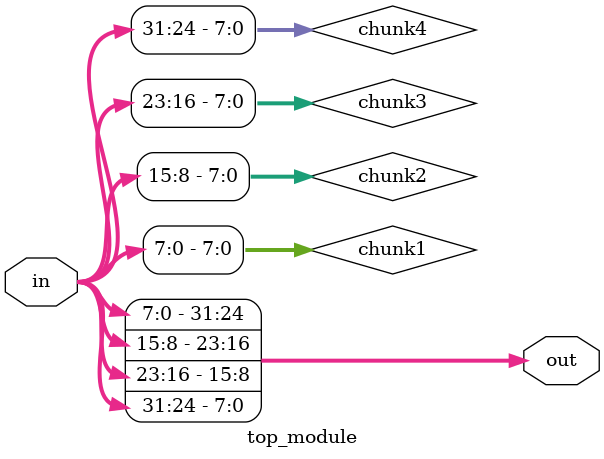
<source format=sv>
module top_module (
  input [31:0] in,
  output [31:0] out
);

  reg [7:0] chunk1;
  reg [7:0] chunk2;
  reg [7:0] chunk3;
  reg [7:0] chunk4;

  always @* begin
    chunk1 = in[7:0];
    chunk2 = in[15:8];
    chunk3 = in[23:16];
    chunk4 = in[31:24];

    out = {chunk1, chunk2, chunk3, chunk4};
  end

endmodule

</source>
